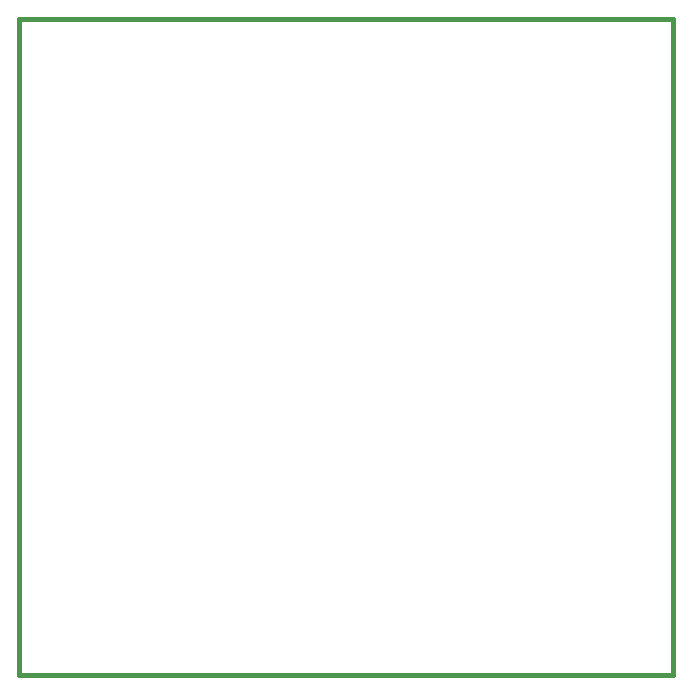
<source format=gbr>
%FSLAX34Y34*%
%MOMM*%
%LNOUTLINE*%
G71*
G01*
%ADD10C,0.400*%
%LPD*%
G54D10*
X0Y555624D02*
X554038Y555624D01*
X554038Y0D01*
X0Y0D01*
X0Y555624D01*
M02*

</source>
